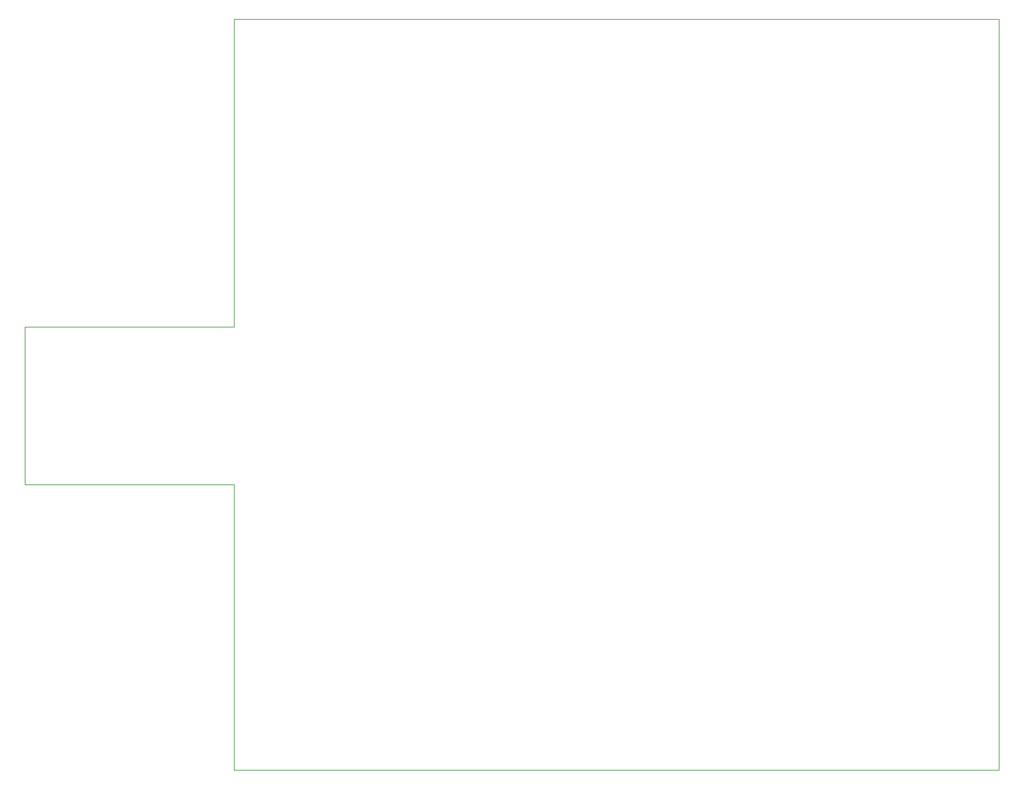
<source format=gbr>
G04 #@! TF.GenerationSoftware,KiCad,Pcbnew,5.1.5+dfsg1-2build2*
G04 #@! TF.CreationDate,2021-12-30T10:18:34+00:00*
G04 #@! TF.ProjectId,psion-org2-bluetooth-adapter,7073696f-6e2d-46f7-9267-322d626c7565,rev?*
G04 #@! TF.SameCoordinates,Original*
G04 #@! TF.FileFunction,Profile,NP*
%FSLAX46Y46*%
G04 Gerber Fmt 4.6, Leading zero omitted, Abs format (unit mm)*
G04 Created by KiCad (PCBNEW 5.1.5+dfsg1-2build2) date 2021-12-30 10:18:34*
%MOMM*%
%LPD*%
G04 APERTURE LIST*
%ADD10C,0.050000*%
G04 APERTURE END LIST*
D10*
X197700000Y-145100000D02*
X207700000Y-145100000D01*
X105900000Y-107100000D02*
X92700000Y-107100000D01*
X105900000Y-145100000D02*
X105900000Y-144000000D01*
X135700000Y-145100000D02*
X105900000Y-145100000D01*
X105900000Y-107100000D02*
X105900000Y-144000000D01*
X135700000Y-45100000D02*
X105900000Y-45100000D01*
X105900000Y-86100000D02*
X105900000Y-45100000D01*
X78000000Y-86100000D02*
X105900000Y-86100000D01*
X89700000Y-107100000D02*
X78000000Y-107100000D01*
X78000000Y-107100000D02*
X78000000Y-86100000D01*
X89700000Y-107100000D02*
X92700000Y-107100000D01*
X207700000Y-45100000D02*
X207700000Y-145100000D01*
X135700000Y-45100000D02*
X207700000Y-45100000D01*
X135700000Y-145100000D02*
X197700000Y-145100000D01*
M02*

</source>
